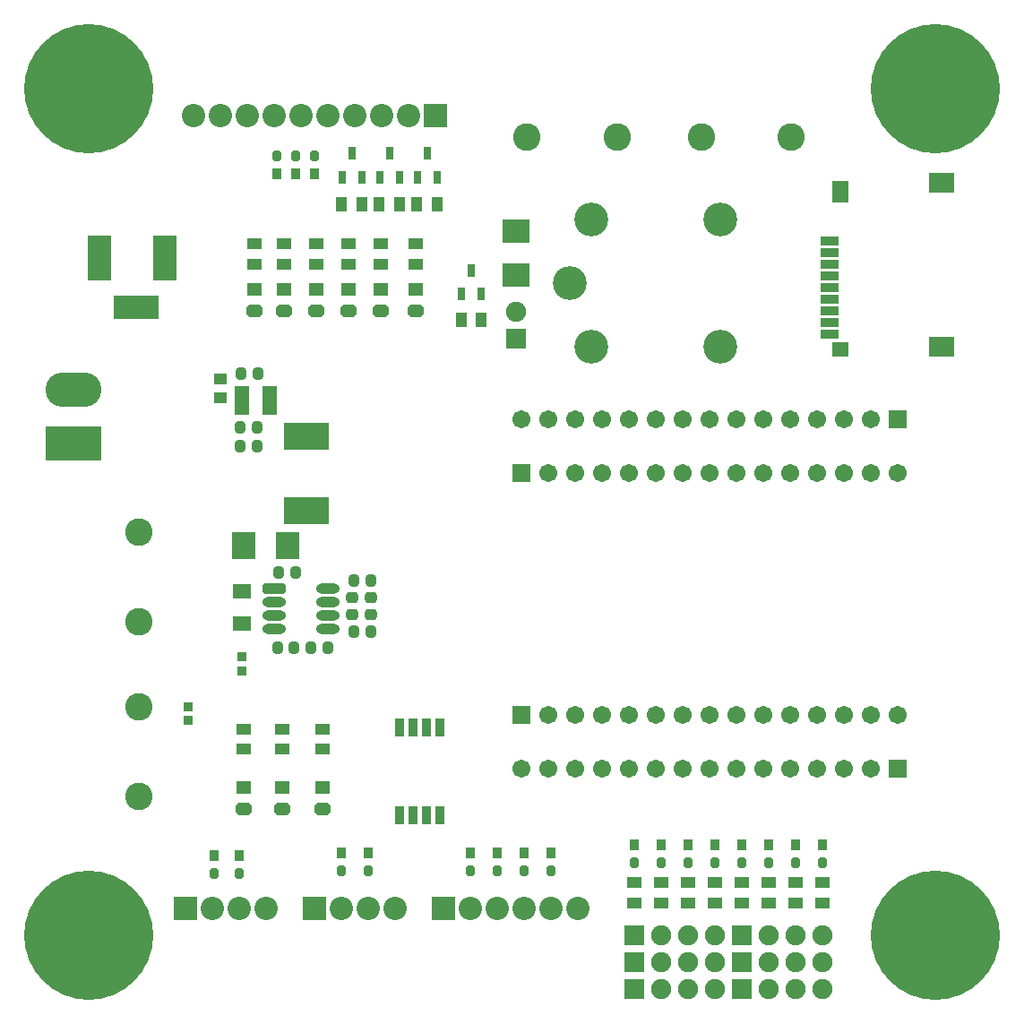
<source format=gts>
G04*
G04 #@! TF.GenerationSoftware,Altium Limited,Altium Designer,21.0.3 (12)*
G04*
G04 Layer_Color=8388736*
%FSLAX25Y25*%
%MOIN*%
G70*
G04*
G04 #@! TF.SameCoordinates,E6294E34-86D8-4D4B-B4CD-31F9D36B8334*
G04*
G04*
G04 #@! TF.FilePolarity,Negative*
G04*
G01*
G75*
%ADD47R,0.03556X0.03950*%
G04:AMPARAMS|DCode=48|XSize=39.5mil|YSize=35.56mil|CornerRadius=0mil|HoleSize=0mil|Usage=FLASHONLY|Rotation=270.000|XOffset=0mil|YOffset=0mil|HoleType=Round|Shape=Octagon|*
%AMOCTAGOND48*
4,1,8,-0.00889,-0.01975,0.00889,-0.01975,0.01778,-0.01086,0.01778,0.01086,0.00889,0.01975,-0.00889,0.01975,-0.01778,0.01086,-0.01778,-0.01086,-0.00889,-0.01975,0.0*
%
%ADD48OCTAGOND48*%

%ADD49R,0.05800X0.04300*%
%ADD50R,0.05800X0.04800*%
G04:AMPARAMS|DCode=51|XSize=48mil|YSize=58mil|CornerRadius=0mil|HoleSize=0mil|Usage=FLASHONLY|Rotation=270.000|XOffset=0mil|YOffset=0mil|HoleType=Round|Shape=Octagon|*
%AMOCTAGOND51*
4,1,8,0.02900,0.01200,0.02900,-0.01200,0.01700,-0.02400,-0.01700,-0.02400,-0.02900,-0.01200,-0.02900,0.01200,-0.01700,0.02400,0.01700,0.02400,0.02900,0.01200,0.0*
%
%ADD51OCTAGOND51*%

%ADD52R,0.03359X0.06706*%
%ADD53R,0.03800X0.03800*%
G04:AMPARAMS|DCode=54|XSize=45mil|YSize=40mil|CornerRadius=12mil|HoleSize=0mil|Usage=FLASHONLY|Rotation=90.000|XOffset=0mil|YOffset=0mil|HoleType=Round|Shape=RoundedRectangle|*
%AMROUNDEDRECTD54*
21,1,0.04500,0.01600,0,0,90.0*
21,1,0.02100,0.04000,0,0,90.0*
1,1,0.02400,0.00800,0.01050*
1,1,0.02400,0.00800,-0.01050*
1,1,0.02400,-0.00800,-0.01050*
1,1,0.02400,-0.00800,0.01050*
%
%ADD54ROUNDEDRECTD54*%
G04:AMPARAMS|DCode=55|XSize=45mil|YSize=40mil|CornerRadius=12mil|HoleSize=0mil|Usage=FLASHONLY|Rotation=180.000|XOffset=0mil|YOffset=0mil|HoleType=Round|Shape=RoundedRectangle|*
%AMROUNDEDRECTD55*
21,1,0.04500,0.01600,0,0,180.0*
21,1,0.02100,0.04000,0,0,180.0*
1,1,0.02400,-0.01050,0.00800*
1,1,0.02400,0.01050,0.00800*
1,1,0.02400,0.01050,-0.00800*
1,1,0.02400,-0.01050,-0.00800*
%
%ADD55ROUNDEDRECTD55*%
%ADD56R,0.08674X0.10249*%
%ADD57R,0.16548X0.10249*%
%ADD58R,0.05800X0.10800*%
%ADD59R,0.04500X0.04000*%
%ADD60R,0.07099X0.03556*%
%ADD61R,0.09461X0.07493*%
%ADD62R,0.06312X0.07887*%
%ADD63R,0.06312X0.05524*%
%ADD64R,0.10249X0.08674*%
%ADD65R,0.04300X0.05800*%
%ADD66R,0.02572X0.04737*%
%ADD67R,0.06800X0.05800*%
%ADD68O,0.08800X0.03800*%
G04:AMPARAMS|DCode=69|XSize=88mil|YSize=38mil|CornerRadius=0mil|HoleSize=0mil|Usage=FLASHONLY|Rotation=0.000|XOffset=0mil|YOffset=0mil|HoleType=Round|Shape=Octagon|*
%AMOCTAGOND69*
4,1,8,0.04400,-0.00950,0.04400,0.00950,0.03450,0.01900,-0.03450,0.01900,-0.04400,0.00950,-0.04400,-0.00950,-0.03450,-0.01900,0.03450,-0.01900,0.04400,-0.00950,0.0*
%
%ADD69OCTAGOND69*%

%ADD70C,0.10249*%
%ADD71O,0.20800X0.12800*%
%ADD72R,0.20800X0.12800*%
%ADD73R,0.16548X0.08674*%
%ADD74R,0.08674X0.16548*%
%ADD75C,0.08674*%
%ADD76R,0.08674X0.08674*%
%ADD77C,0.12611*%
%ADD78R,0.07493X0.07493*%
%ADD79C,0.07493*%
%ADD80C,0.06706*%
%ADD81R,0.06706X0.06706*%
%ADD82R,0.07493X0.07493*%
%ADD83C,0.48044*%
D47*
X105500Y88693D02*
D03*
X332000Y92693D02*
D03*
X322000D02*
D03*
X312000Y92693D02*
D03*
X302000Y92693D02*
D03*
X292000Y92693D02*
D03*
X282000D02*
D03*
X272000D02*
D03*
X262000D02*
D03*
X221000Y89693D02*
D03*
X231000D02*
D03*
X211000D02*
D03*
X201000D02*
D03*
X163000D02*
D03*
X153000D02*
D03*
X115000Y88693D02*
D03*
X143000Y342307D02*
D03*
X136000D02*
D03*
X129000D02*
D03*
D48*
X105500Y82000D02*
D03*
X332000Y86000D02*
D03*
X322000D02*
D03*
X312000Y86000D02*
D03*
X302000Y86000D02*
D03*
X292000D02*
D03*
X282000D02*
D03*
X272000Y86000D02*
D03*
X262000Y86000D02*
D03*
X221000Y83000D02*
D03*
X231000D02*
D03*
X211000D02*
D03*
X201000D02*
D03*
X163000D02*
D03*
X153000D02*
D03*
X115000Y82000D02*
D03*
X143000Y349000D02*
D03*
X136000D02*
D03*
X129000D02*
D03*
D49*
X332000Y78480D02*
D03*
X332000Y71000D02*
D03*
X322000Y78480D02*
D03*
Y71000D02*
D03*
X312000Y78480D02*
D03*
X312000Y71000D02*
D03*
X302000Y78480D02*
D03*
X302000Y71000D02*
D03*
X292000Y78480D02*
D03*
X292000Y71000D02*
D03*
X282000Y78480D02*
D03*
X282000Y71000D02*
D03*
X272000Y78480D02*
D03*
Y71000D02*
D03*
X262000Y78480D02*
D03*
X262000Y71000D02*
D03*
X146000Y128260D02*
D03*
X146000Y135740D02*
D03*
X131000Y128260D02*
D03*
X131000Y135740D02*
D03*
X116500Y128260D02*
D03*
X116500Y135740D02*
D03*
X155500Y308759D02*
D03*
X155500Y316240D02*
D03*
X167500Y308759D02*
D03*
X167500Y316240D02*
D03*
X180500Y308759D02*
D03*
Y316240D02*
D03*
X143500Y308759D02*
D03*
X143500Y316240D02*
D03*
X131500Y308759D02*
D03*
X131500Y316240D02*
D03*
X120500Y308759D02*
D03*
Y316240D02*
D03*
D50*
X116500Y114000D02*
D03*
X131000D02*
D03*
X146000D02*
D03*
X155500Y299240D02*
D03*
X167500Y299240D02*
D03*
X180500Y299240D02*
D03*
X143500D02*
D03*
X131500Y299240D02*
D03*
X120500Y299240D02*
D03*
D51*
X116500Y106000D02*
D03*
X131000D02*
D03*
X146000D02*
D03*
X155500Y291241D02*
D03*
X167500Y291241D02*
D03*
X180500Y291241D02*
D03*
X143500D02*
D03*
X131500Y291241D02*
D03*
X120500D02*
D03*
D52*
X174500Y136339D02*
D03*
X179500D02*
D03*
X189500Y103661D02*
D03*
X184500Y103661D02*
D03*
X179500Y103661D02*
D03*
X174500D02*
D03*
X189500Y136339D02*
D03*
X184500D02*
D03*
D53*
X96000Y144118D02*
D03*
Y139000D02*
D03*
X116000Y157441D02*
D03*
Y162559D02*
D03*
D54*
X135394Y166000D02*
D03*
X129181D02*
D03*
X141787Y166000D02*
D03*
X148000Y166000D02*
D03*
X157787Y172000D02*
D03*
X164000Y172000D02*
D03*
X157787Y191000D02*
D03*
X164000Y191000D02*
D03*
X136000Y194000D02*
D03*
X129787D02*
D03*
X121606Y241000D02*
D03*
X115394Y241000D02*
D03*
X121606Y248000D02*
D03*
X115394D02*
D03*
X115787Y268000D02*
D03*
X122000Y268000D02*
D03*
D55*
X157000Y184606D02*
D03*
X157000Y178394D02*
D03*
X164000Y178394D02*
D03*
X164000Y184606D02*
D03*
D56*
X133000Y204000D02*
D03*
X116465Y204000D02*
D03*
D57*
X140000Y217000D02*
D03*
Y244559D02*
D03*
D58*
X126236Y258000D02*
D03*
X116000Y258000D02*
D03*
D59*
X108000Y259000D02*
D03*
Y266000D02*
D03*
D60*
X334661Y317358D02*
D03*
Y313028D02*
D03*
Y308697D02*
D03*
Y304366D02*
D03*
Y300035D02*
D03*
Y295705D02*
D03*
Y291374D02*
D03*
Y282713D02*
D03*
Y287043D02*
D03*
D61*
X376425Y339012D02*
D03*
Y277988D02*
D03*
D62*
X338630Y335469D02*
D03*
D63*
X338630Y276988D02*
D03*
D64*
X218032Y304465D02*
D03*
Y321000D02*
D03*
D65*
X205031Y288000D02*
D03*
X197551D02*
D03*
X181000Y331000D02*
D03*
X188480D02*
D03*
X167000D02*
D03*
X174480Y331000D02*
D03*
X153000Y331000D02*
D03*
X160480D02*
D03*
D66*
X201291Y306429D02*
D03*
X205031Y297500D02*
D03*
X197551D02*
D03*
X181260Y341071D02*
D03*
X188740D02*
D03*
X185000Y350000D02*
D03*
X167260Y341071D02*
D03*
X174740D02*
D03*
X171000Y350000D02*
D03*
X153260Y341071D02*
D03*
X160740Y341071D02*
D03*
X157000Y350000D02*
D03*
D67*
X116000Y175000D02*
D03*
X116000Y187000D02*
D03*
D68*
X148000Y183000D02*
D03*
X128000Y173000D02*
D03*
Y178000D02*
D03*
X148000Y188000D02*
D03*
Y178000D02*
D03*
Y173000D02*
D03*
X128000Y183000D02*
D03*
D69*
X128000Y188000D02*
D03*
D70*
X77500Y175461D02*
D03*
Y110500D02*
D03*
Y143965D02*
D03*
Y208925D02*
D03*
X286961Y356000D02*
D03*
X222000D02*
D03*
X255465D02*
D03*
X320425D02*
D03*
D71*
X53150Y261968D02*
D03*
D72*
Y241968D02*
D03*
D73*
X76772Y292520D02*
D03*
D74*
X62992Y311024D02*
D03*
X87402D02*
D03*
D75*
X98000Y364000D02*
D03*
X108000D02*
D03*
X118000D02*
D03*
X128000D02*
D03*
X148000D02*
D03*
X158000D02*
D03*
X168000D02*
D03*
X178000D02*
D03*
X138000D02*
D03*
X105000Y69000D02*
D03*
X115000D02*
D03*
X125000D02*
D03*
X153000D02*
D03*
X163000D02*
D03*
X173000D02*
D03*
X241000D02*
D03*
X201000D02*
D03*
X211000D02*
D03*
X221000D02*
D03*
X231000D02*
D03*
D76*
X188000Y364000D02*
D03*
X95000Y69000D02*
D03*
X143000D02*
D03*
X191000D02*
D03*
D77*
X294000Y278000D02*
D03*
Y325244D02*
D03*
X245969Y278000D02*
D03*
Y325244D02*
D03*
X238094Y301622D02*
D03*
D78*
X218032Y281000D02*
D03*
D79*
Y291000D02*
D03*
X312000Y39000D02*
D03*
X322000D02*
D03*
X332000D02*
D03*
X312000Y49000D02*
D03*
X322000D02*
D03*
X332000D02*
D03*
X312000Y59000D02*
D03*
X322000D02*
D03*
X332000D02*
D03*
X272000Y39000D02*
D03*
X282000D02*
D03*
X292000D02*
D03*
X272000Y49000D02*
D03*
X282000D02*
D03*
X292000D02*
D03*
X272000Y59000D02*
D03*
X282000D02*
D03*
X292000Y59000D02*
D03*
D80*
X220000Y251000D02*
D03*
X230000Y251000D02*
D03*
X240000Y251000D02*
D03*
X250000D02*
D03*
X260000Y251000D02*
D03*
X270000Y251000D02*
D03*
X280000D02*
D03*
X290000D02*
D03*
X300000D02*
D03*
X310000Y251000D02*
D03*
X320000Y251000D02*
D03*
X330000Y251000D02*
D03*
X340000D02*
D03*
X350000D02*
D03*
X360000Y231000D02*
D03*
X350000Y231000D02*
D03*
X340000Y231000D02*
D03*
X330000D02*
D03*
X320000D02*
D03*
X310000D02*
D03*
X300000D02*
D03*
X290000D02*
D03*
X280000D02*
D03*
X270000D02*
D03*
X260000Y231000D02*
D03*
X250000Y231000D02*
D03*
X240000D02*
D03*
X230000D02*
D03*
X220000Y121000D02*
D03*
X230000Y121000D02*
D03*
X240000D02*
D03*
X250000D02*
D03*
X260000D02*
D03*
X270000D02*
D03*
X280000D02*
D03*
X290000D02*
D03*
X300000D02*
D03*
X310000Y121000D02*
D03*
X320000Y121000D02*
D03*
X330000D02*
D03*
X340000D02*
D03*
X350000D02*
D03*
X360000Y141000D02*
D03*
X350000Y141000D02*
D03*
X340000D02*
D03*
X330000D02*
D03*
X320000D02*
D03*
X310000D02*
D03*
X300000D02*
D03*
X290000D02*
D03*
X280000D02*
D03*
X270000Y141000D02*
D03*
X260000Y141000D02*
D03*
X250000D02*
D03*
X240000D02*
D03*
X230000D02*
D03*
D81*
X360000Y251000D02*
D03*
X220000Y231000D02*
D03*
X360000Y121000D02*
D03*
X220000Y141000D02*
D03*
D82*
X302000Y39000D02*
D03*
Y49000D02*
D03*
Y59000D02*
D03*
X262000Y39000D02*
D03*
Y49000D02*
D03*
X262000Y59000D02*
D03*
D83*
X374016Y374016D02*
D03*
Y59055D02*
D03*
X59055Y374016D02*
D03*
Y59055D02*
D03*
M02*

</source>
